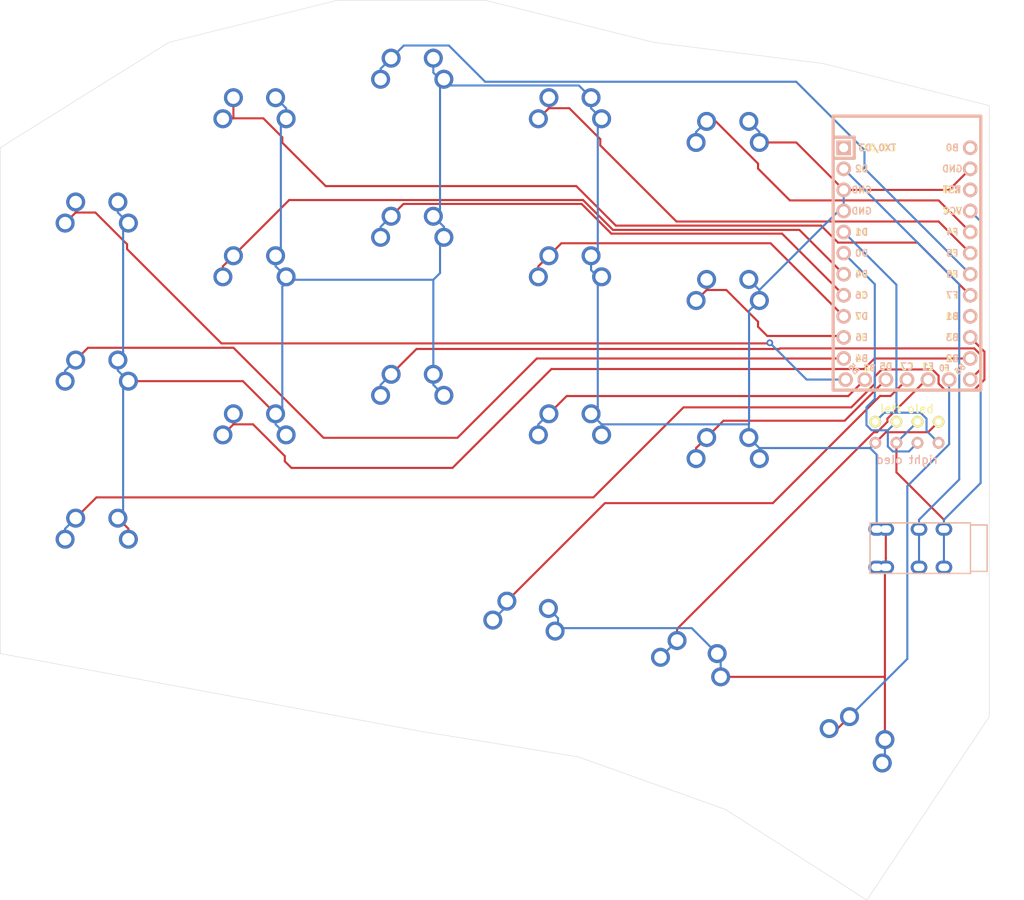
<source format=kicad_pcb>
(kicad_pcb (version 20240108) (generator "pcbnew") (generator_version "8.0")
  (title_block (title "simple_split") (rev "v1.0.0") (company "Unknown"))
  (layers (0 "F.Cu" signal) (31 "B.Cu" signal) (34 "B.Paste" user) (35 "F.Paste" user) (36 "B.SilkS" user "B.Silkscreen") (37 "F.SilkS" user "F.Silkscreen") (38 "B.Mask" user) (39 "F.Mask" user) (44 "Edge.Cuts" user))
  (net 0 "")
  (net 1 "gnd")
  (net 2 "vcc")
  (net 3 "Switch18")
  (net 4 "reset")
  (net 5 "Switch1")
  (net 6 "Switch2")
  (net 7 "Switch3")
  (net 8 "Switch4")
  (net 9 "Switch5")
  (net 10 "Switch6")
  (net 11 "Switch7")
  (net 12 "Switch8")
  (net 13 "Switch9")
  (net 14 "Switch10")
  (net 15 "Switch11")
  (net 16 "Switch12")
  (net 17 "Switch13")
  (net 18 "Switch14")
  (net 19 "Switch15")
  (net 20 "Switch16")
  (net 21 "Switch17")
  (net 22 "raw")
  (net 24 "led")
  (net 25 "data")
  (net 26 "sda")
  (net 27 "scl")
  (footprint "MX" (layer "F.Cu") (at 82.75 92.9005)
    (property "Reference" "S3" (hide yes))
    (property "Value" "" (hide yes))
  )
  (footprint "Keebio-Parts:Elite-C" (layer "F.Cu") (at 180.34 95.25 -90)
    (property "Reference" "U2" (hide yes))
    (property "Value" "Elite-C" (hide yes))
  )
  (footprint "MX" (layer "F.Cu") (at 101.75 118.4275)
    (property "Reference" "S4" (hide yes))
    (property "Value" "" (hide yes))
  )
  (footprint "MX" (layer "F.Cu") (at 158.75 121.285)
    (property "Reference" "S13" (hide yes))
    (property "Value" "" (hide yes))
  )
  (footprint "MX" (layer "F.Cu") (at 120.75 94.615)
    (property "Reference" "S8" (hide yes))
    (property "Value" "" (hide yes))
  )
  (footprint "sweep36:OLED_v2" (layer "F.Cu") (at 180.34 114.3)
    (property "Reference" "OL1")
    (property "Value" "OLED" (hide yes))
  )
  (footprint "MX" (layer "F.Cu") (at 120.75 75.565)
    (property "Reference" "S9" (hide yes))
    (property "Value" "" (hide yes))
  )
  (footprint "Keebio-Parts:TRRS-PJ-320A" (layer "F.Cu") (at 187.9925 129.54 -90)
    (property "Reference" "J2" (hide yes))
    (property "Value" "AudioJack4dpb")
  )
  (footprint "MX" (layer "F.Cu") (at 172.786 155.488 -33)
    (property "Reference" "S18" (hide yes))
    (property "Value" "" (hide yes))
  )
  (footprint "MX" (layer "F.Cu") (at 139.75 80.3275)
    (property "Reference" "S12" (hide yes))
    (property "Value" "" (hide yes))
  )
  (footprint "MX" (layer "F.Cu") (at 82.75 111.9505)
    (property "Reference" "S2" (hide yes))
    (property "Value" "" (hide yes))
  )
  (footprint "MX" (layer "F.Cu") (at 120.75 113.665)
    (property "Reference" "S7" (hide yes))
    (property "Value" "" (hide yes))
  )
  (footprint "MX" (layer "F.Cu") (at 158.75 83.185)
    (property "Reference" "S15" (hide yes))
    (property "Value" "" (hide yes))
  )
  (footprint "MX" (layer "F.Cu") (at 133.766 141.3676 -10)
    (property "Reference" "S16" (hide yes))
    (property "Value" "" (hide yes))
  )
  (footprint "MX" (layer "F.Cu") (at 158.75 102.235)
    (property "Reference" "S14" (hide yes))
    (property "Value" "" (hide yes))
  )
  (footprint "MX" (layer "F.Cu") (at 101.75 99.3775)
    (property "Reference" "S5" (hide yes))
    (property "Value" "" (hide yes))
  )
  (footprint "MX" (layer "F.Cu") (at 101.75 80.3275)
    (property "Reference" "S6" (hide yes))
    (property "Value" "" (hide yes))
  )
  (footprint "MX" (layer "F.Cu") (at 82.75 131.0005)
    (property "Reference" "S1" (hide yes))
    (property "Value" "" (hide yes))
  )
  (footprint "MX" (layer "F.Cu") (at 153.4945 146.2865 -18)
    (property "Reference" "S17" (hide yes))
    (property "Value" "" (hide yes))
  )
  (footprint "MX" (layer "F.Cu") (at 139.75 99.3775)
    (property "Reference" "S11" (hide yes))
    (property "Value" "" (hide yes))
  )
  (footprint "MX" (layer "F.Cu") (at 139.75 118.4275)
    (property "Reference" "S10" (hide yes))
    (property "Value" "" (hide yes))
  )
  (footprint "sweep36:OLED_v2" (layer "B.Cu") (at 180.34 116.84 180)
    (property "Reference" "OL2")
    (property "Value" "OLED" (hide yes))
  )
  (footprint "Keebio-Parts:TRRS-PJ-320A" (layer "B.Cu") (at 187.9925 129.54 90)
    (property "Reference" "J1" (hide yes))
    (property "Value" "AudioJack4dpb")
  )
  (gr_poly (pts (xy 71.12 81.28) (xy 91.44 68.58) (xy 111.76 63.5) (xy 129.54 63.5) (xy 149.86 68.58) (xy 170.18 71.12) (xy 190.246 76.2) (xy 190.246 149.86) (xy 175.514 171.958) (xy 158.496 161.036) (xy 140.716 154.686) (xy 121.92 151.638) (xy 71.12 142.24)) (stroke (width 0.05)) (fill none) (layer "Edge.Cuts"))
  (segment (start 177.7925 127.24) (end 176.6925 127.24) (width 0.25) (layer "F.Cu") (net 1))
  (segment (start 182.88 115.57) (end 184.15 114.3) (width 0.25) (layer "F.Cu") (net 1))
  (segment (start 177.683 131.84) (end 177.683 145.0482) (width 0.25) (layer "F.Cu") (net 1))
  (segment (start 177.683 131.84) (end 176.6925 131.84) (width 0.25) (layer "F.Cu") (net 1))
  (segment (start 176.53 116.84) (end 177.8 115.57) (width 0.25) (layer "F.Cu") (net 1))
  (segment (start 86.56 109.4105) (end 100.353 109.4105) (width 0.25) (layer "F.Cu") (net 1))
  (segment (start 185.42 86.36) (end 172.72 86.36) (width 0.25) (layer "F.Cu") (net 1))
  (segment (start 85.29 125.9205) (end 86.56 127.1905) (width 0.25) (layer "F.Cu") (net 1))
  (segment (start 177.8 115.57) (end 182.88 115.57) (width 0.25) (layer "F.Cu") (net 1))
  (segment (start 167.005 80.645) (end 162.56 80.645) (width 0.25) (layer "F.Cu") (net 1))
  (segment (start 177.7925 131.84) (end 177.7925 130.7133) (width 0.25) (layer "F.Cu") (net 1))
  (segment (start 177.7925 127.24) (end 177.7925 130.7133) (width 0.25) (layer "F.Cu") (net 1))
  (segment (start 177.683 145.0482) (end 177.683 152.6109) (width 0.25) (layer "F.Cu") (net 1))
  (segment (start 172.72 86.36) (end 167.005 80.645) (width 0.25) (layer "F.Cu") (net 1))
  (segment (start 100.353 109.4105) (end 104.29 113.3475) (width 0.25) (layer "F.Cu") (net 1))
  (segment (start 177.683 145.0482) (end 157.9029 145.0482) (width 0.25) (layer "F.Cu") (net 1))
  (segment (start 177.7925 131.84) (end 177.683 131.84) (width 0.25) (layer "F.Cu") (net 1))
  (segment (start 86.56 127.1905) (end 86.56 128.4605) (width 0.25) (layer "F.Cu") (net 1))
  (segment (start 187.96 83.82) (end 185.42 86.36) (width 0.25) (layer "F.Cu") (net 1))
  (segment (start 161.29 114.6175) (end 143.56 114.6175) (width 0.25) (layer "B.Cu") (net 1))
  (segment (start 157.48 142.24) (end 154.4191 139.1791) (width 0.25) (layer "B.Cu") (net 1))
  (segment (start 143.56 114.6175) (end 143.56 115.8875) (width 0.25) (layer "B.Cu") (net 1))
  (segment (start 172.72 88.9) (end 172.72 86.36) (width 0.25) (layer "B.Cu") (net 1))
  (segment (start 177.683 155.1146) (end 177.683 152.6109) (width 0.25) (layer "B.Cu") (net 1))
  (segment (start 142.29 94.2975) (end 143.0983 93.4892) (width 0.25) (layer "B.Cu") (net 1))
  (segment (start 105.56 96.8375) (end 104.29 95.5675) (width 0.25) (layer "B.Cu") (net 1))
  (segment (start 104.29 114.6175) (end 104.29 113.3475) (width 0.25) (layer "B.Cu") (net 1))
  (segment (start 143.0983 93.4892) (end 143.0983 78.2492) (width 0.25) (layer "B.Cu") (net 1))
  (segment (start 85.29 106.8705) (end 85.925 106.2355) (width 0.25) (layer "B.Cu") (net 1))
  (segment (start 142.29 96.0293) (end 143.0982 96.8375) (width 0.25) (layer "B.Cu") (net 1))
  (segment (start 105.9133 97.1908) (end 123.29 97.1908) (width 0.25) (layer "B.Cu") (net 1))
  (segment (start 140.8203 73.7778) (end 125.3128 73.7778) (width 0.25) (layer "B.Cu") (net 1))
  (segment (start 104.925 78.4225) (end 105.56 77.7875) (width 0.25) (layer "B.Cu") (net 1))
  (segment (start 104.29 94.2975) (end 104.925 93.6625) (width 0.25) (layer "B.Cu") (net 1))
  (segment (start 123.29 70.485) (end 123.29 72.2168) (width 0.25) (layer "B.Cu") (net 1))
  (segment (start 123.29 89.535) (end 124.56 90.805) (width 0.25) (layer "B.Cu") (net 1))
  (segment (start 143.56 77.7875) (end 142.29 76.5175) (width 0.25) (layer "B.Cu") (net 1))
  (segment (start 175.895 117.475) (end 176.53 116.84) (width 0.25) (layer "B.Cu") (net 1))
  (segment (start 162.56 79.375) (end 161.29 78.105) (width 0.25) (layer "B.Cu") (net 1))
  (segment (start 85.925 90.9955) (end 86.56 90.3605) (width 0.25) (layer "B.Cu") (net 1))
  (segment (start 176.6925 118.2725) (end 175.895 117.475) (width 0.25) (layer "B.Cu") (net 1))
  (segment (start 172.085 88.9) (end 172.72 88.9) (width 0.25) (layer "B.Cu") (net 1))
  (segment (start 157.9029 142.6629) (end 157.48 142.24) (width 0.25) (layer "B.Cu") (net 1))
  (segment (start 105.56 115.8875) (end 104.29 114.6175) (width 0.25) (layer "B.Cu") (net 1))
  (segment (start 138.3079 137.9642) (end 137.1495 136.8058) (width 0.25) (layer "B.Cu") (net 1))
  (segment (start 123.29 97.1908) (end 123.29 108.585) (width 0.25) (layer "B.Cu") (net 1))
  (segment (start 162.56 118.745) (end 162.56 117.475) (width 0.25) (layer "B.Cu") (net 1))
  (segment (start 123.29 109.855) (end 123.29 108.585) (width 0.25) (layer "B.Cu") (net 1))
  (segment (start 161.3206 114.5869) (end 161.29 114.6175) (width 0.25) (layer "B.Cu") (net 1))
  (segment (start 86.56 90.3605) (end 85.29 89.0905) (width 0.25) (layer "B.Cu") (net 1))
  (segment (start 123.29 72.2168) (end 124.0982 73.025) (width 0.25) (layer "B.Cu") (net 1))
  (segment (start 85.925 110.0455) (end 86.56 109.4105) (width 0.25) (layer "B.Cu") (net 1))
  (segment (start 104.29 113.3475) (end 105.0983 112.5392) (width 0.25) (layer "B.Cu") (net 1))
  (segment (start 143.0982 96.8375) (end 143.56 96.8375) (width 0.25) (layer "B.Cu") (net 1))
  (segment (start 143.0983 78.2492) (end 143.56 77.7875) (width 0.25) (layer "B.Cu") (net 1))
  (segment (start 142.29 76.5175) (end 142.29 75.2475) (width 0.25) (layer "B.Cu") (net 1))
  (segment (start 162.56 98.425) (end 172.085 88.9) (width 0.25) (layer "B.Cu") (net 1))
  (segment (start 138.3079 139.1791) (end 137.9592 139.5278) (width 0.25) (layer "B.Cu") (net 1))
  (segment (start 125.3128 73.7778) (end 124.56 73.025) (width 0.25) (layer "B.Cu") (net 1))
  (segment (start 105.56 96.8375) (end 105.9133 97.1908) (width 0.25) (layer "B.Cu") (net 1))
  (segment (start 85.925 125.2855) (end 85.925 110.0455) (width 0.25) (layer "B.Cu") (net 1))
  (segment (start 124.0983 92.5367) (end 124.56 92.075) (width 0.25) (layer "B.Cu") (net 1))
  (segment (start 104.925 93.6625) (end 104.925 78.4225) (width 0.25) (layer "B.Cu") (net 1))
  (segment (start 105.56 77.7875) (end 105.56 76.5175) (width 0.25) (layer "B.Cu") (net 1))
  (segment (start 162.56 117.475) (end 175.895 117.475) (width 0.25) (layer "B.Cu") (net 1))
  (segment (start 124.0982 73.025) (end 124.0982 88.7268) (width 0.25) (layer "B.Cu") (net 1))
  (segment (start 157.9029 145.0482) (end 157.9029 142.6629) (width 0.25) (layer "B.Cu") (net 1))
  (segment (start 143.0982 96.8375) (end 143.0982 112.5393) (width 0.25) (layer "B.Cu") (net 1))
  (segment (start 105.0983 112.5392) (end 105.0983 98.0058) (width 0.25) (layer "B.Cu") (net 1))
  (segment (start 105.56 76.5175) (end 104.29 75.2475) (width 0.25) (layer "B.Cu") (net 1))
  (segment (start 142.29 113.3475) (end 143.56 114.6175) (width 0.25) (layer "B.Cu") (net 1))
  (segment (start 85.29 108.1405) (end 85.29 106.8705) (width 0.25) (layer "B.Cu") (net 1))
  (segment (start 154.4191 139.1791) (end 138.3079 139.1791) (width 0.25) (layer "B.Cu") (net 1))
  (segment (start 161.3206 100.9344) (end 161.3206 114.5869) (width 0.25) (layer "B.Cu") (net 1))
  (segment (start 162.56 99.695) (end 161.3206 100.9344) (width 0.25) (layer "B.Cu") (net 1))
  (segment (start 124.0982 88.7268) (end 123.29 89.535) (width 0.25) (layer "B.Cu") (net 1))
  (segment (start 124.56 111.125) (end 123.29 109.855) (width 0.25) (layer "B.Cu") (net 1))
  (segment (start 123.29 97.1908) (end 124.0983 96.3825) (width 0.25) (layer "B.Cu") (net 1))
  (segment (start 86.56 109.4105) (end 85.29 108.1405) (width 0.25) (layer "B.Cu") (net 1))
  (segment (start 124.0983 96.3825) (end 124.0983 92.5367) (width 0.25) (layer "B.Cu") (net 1))
  (segment (start 143.0982 112.5393) (end 142.29 113.3475) (width 0.25) (layer "B.Cu") (net 1))
  (segment (start 142.29 75.2475) (end 140.8203 73.7778) (width 0.25) (layer "B.Cu") (net 1))
  (segment (start 176.6925 127.24) (end 176.6925 118.2725) (width 0.25) (layer "B.Cu") (net 1))
  (segment (start 105.0983 98.0058) (end 105.9133 97.1908) (width 0.25) (layer "B.Cu") (net 1))
  (segment (start 104.29 95.5675) (end 104.29 94.2975) (width 0.25) (layer "B.Cu") (net 1))
  (segment (start 142.29 94.2975) (end 142.29 96.0293) (width 0.25) (layer "B.Cu") (net 1))
  (segment (start 177.3647 155.4329) (end 177.683 155.1146) (width 0.25) (layer "B.Cu") (net 1))
  (segment (start 161.29 116.205) (end 161.29 114.6175) (width 0.25) (layer "B.Cu") (net 1))
  (segment (start 162.56 117.475) (end 161.29 116.205) (width 0.25) (layer "B.Cu") (net 1))
  (segment (start 138.3079 139.1791) (end 138.3079 137.9642) (width 0.25) (layer "B.Cu") (net 1))
  (segment (start 85.925 106.2355) (end 85.925 90.9955) (width 0.25) (layer "B.Cu") (net 1))
  (segment (start 85.29 89.0905) (end 85.29 87.8205) (width 0.25) (layer "B.Cu") (net 1))
  (segment (start 85.29 125.9205) (end 85.925 125.2855) (width 0.25) (layer "B.Cu") (net 1))
  (segment (start 162.56 98.425) (end 161.29 97.155) (width 0.25) (layer "B.Cu") (net 1))
  (segment (start 162.56 80.645) (end 162.56 79.375) (width 0.25) (layer "B.Cu") (net 1))
  (segment (start 162.56 99.695) (end 162.56 98.425) (width 0.25) (layer "B.Cu") (net 1))
  (segment (start 124.56 90.805) (end 124.56 92.075) (width 0.25) (layer "B.Cu") (net 1))
  (segment (start 124.0982 73.025) (end 124.56 73.025) (width 0.25) (layer "B.Cu") (net 1))
  (segment (start 184.7925 126.1133) (end 179.07 120.3908) (width 0.25) (layer "F.Cu") (net 2))
  (segment (start 179.07 120.3908) (end 179.07 116.84) (width 0.25) (layer "F.Cu") (net 2))
  (segment (start 184.7925 127.24) (end 184.7925 126.1133) (width 0.25) (layer "F.Cu") (net 2))
  (segment (start 179.07 116.84) (end 181.61 114.3) (width 0.25) (layer "B.Cu") (net 2))
  (segment (start 189.2148 121.691) (end 189.2148 90.1548) (width 0.25) (layer "B.Cu") (net 2))
  (segment (start 184.7925 126.1133) (end 189.2148 121.691) (width 0.25) (layer "B.Cu") (net 2))
  (segment (start 189.2148 90.1548) (end 187.96 88.9) (width 0.25) (layer "B.Cu") (net 2))
  (segment (start 184.7925 127.24) (end 184.7925 126.1133) (width 0.25) (layer "B.Cu") (net 2))
  (segment (start 184.7925 127.24) (end 184.7925 131.84) (width 0.25) (layer "B.Cu") (net 2))
  (segment (start 178.3617 111.1983) (end 180.34 109.22) (width 0.25) (layer "F.Cu") (net 3))
  (segment (start 177.096 111.1983) (end 178.3617 111.1983) (width 0.25) (layer "F.Cu") (net 3))
  (segment (start 164.181 124.1133) (end 177.096 111.1983) (width 0.25) (layer "F.Cu") (net 3))
  (segment (start 143.9571 124.1133) (end 164.181 124.1133) (width 0.25) (layer "F.Cu") (net 3))
  (segment (start 132.1467 135.9237) (end 143.9571 124.1133) (width 0.25) (layer "F.Cu") (net 3))
  (segment (start 132.1467 136.5128) (end 132.1467 135.9237) (width 0.25) (layer "B.Cu") (net 3))
  (segment (start 130.4549 138.2046) (end 132.1467 136.5128) (width 0.25) (layer "B.Cu") (net 3))
  (segment (start 80.21 87.8205) (end 80.21 89.0905) (width 0.25) (layer "F.Cu") (net 5))
  (segment (start 86.4024 93.4952) (end 86.4024 92.9084) (width 0.25) (layer "F.Cu") (net 5))
  (segment (start 82.5845 89.0905) (end 80.21 89.0905) (width 0.25) (layer "F.Cu") (net 5))
  (segment (start 163.744 104.8617) (end 97.7689 104.8617) (width 0.25) (layer "F.Cu") (net 5))
  (segment (start 97.7689 104.8617) (end 86.4024 93.4952) (width 0.25) (layer "F.Cu") (net 5))
  (segment (start 163.8184 104.7873) (end 163.744 104.8617) (width 0.25) (layer "F.Cu") (net 5))
  (segment (start 86.4024 92.9084) (end 82.5845 89.0905) (width 0.25) (layer "F.Cu") (net 5))
  (segment (start 80.21 89.0905) (end 78.94 90.3605) (width 0.25) (layer "F.Cu") (net 5))
  (via (at 163.8184 104.7873) (size 0.8) (drill 0.4) (layers "F.Cu" "B.Cu") (net 5))
  (segment (start 172.9486 109.22) (end 168.2511 109.22) (width 0.25) (layer "B.Cu") (net 5))
  (segment (start 168.2511 109.22) (end 163.8184 104.7873) (width 0.25) (layer "B.Cu") (net 5))
  (segment (start 169.9923 90.6649) (end 172.0389 92.7115) (width 0.25) (layer "F.Cu") (net 6))
  (segment (start 140.5083 85.9029) (end 145.2703 90.6649) (width 0.25) (layer "F.Cu") (net 6))
  (segment (start 105.0983 80.0221) (end 105.0983 80.6714) (width 0.25) (layer "F.Cu") (net 6))
  (segment (start 181.6115 92.7115) (end 187.96 99.06) (width 0.25) (layer "F.Cu") (net 6))
  (segment (start 105.0983 80.6714) (end 110.3298 85.9029) (width 0.25) (layer "F.Cu") (net 6))
  (segment (start 97.9907 77.7368) (end 99.21 77.7368) (width 0.25) (layer "F.Cu") (net 6))
  (segment (start 99.21 77.7368) (end 102.813 77.7368) (width 0.25) (layer "F.Cu") (net 6))
  (segment (start 145.2703 90.6649) (end 169.9923 90.6649) (width 0.25) (layer "F.Cu") (net 6))
  (segment (start 102.813 77.7368) (end 105.0983 80.0221) (width 0.25) (layer "F.Cu") (net 6))
  (segment (start 97.94 77.7875) (end 97.9907 77.7368) (width 0.25) (layer "F.Cu") (net 6))
  (segment (start 99.21 77.7368) (end 99.21 75.2475) (width 0.25) (layer "F.Cu") (net 6))
  (segment (start 172.0389 92.7115) (end 181.6115 92.7115) (width 0.25) (layer "F.Cu") (net 6))
  (segment (start 110.3298 85.9029) (end 140.5083 85.9029) (width 0.25) (layer "F.Cu") (net 6))
  (segment (start 175.2226 81.5495) (end 166.9992 73.3261) (width 0.25) (layer "B.Cu") (net 7))
  (segment (start 175.2226 83.7826) (end 175.2226 81.5495) (width 0.25) (layer "B.Cu") (net 7))
  (segment (start 129.5243 73.3261) (end 125.1589 68.9607) (width 0.25) (layer "B.Cu") (net 7))
  (segment (start 119.7343 68.9607) (end 118.21 70.485) (width 0.25) (layer "B.Cu") (net 7))
  (segment (start 116.94 73.025) (end 116.94 71.755) (width 0.25) (layer "B.Cu") (net 7))
  (segment (start 125.1589 68.9607) (end 119.7343 68.9607) (width 0.25) (layer "B.Cu") (net 7))
  (segment (start 116.94 71.755) (end 118.21 70.485) (width 0.25) (layer "B.Cu") (net 7))
  (segment (start 187.96 96.52) (end 175.2226 83.7826) (width 0.25) (layer "B.Cu") (net 7))
  (segment (start 166.9992 73.3261) (end 129.5243 73.3261) (width 0.25) (layer "B.Cu") (net 7))
  (segment (start 152.5757 90.1715) (end 184.1515 90.1715) (width 0.25) (layer "F.Cu") (net 8))
  (segment (start 139.6683 76.5175) (end 143.4024 80.2516) (width 0.25) (layer "F.Cu") (net 8))
  (segment (start 184.1515 90.1715) (end 187.96 93.98) (width 0.25) (layer "F.Cu") (net 8))
  (segment (start 143.4024 80.9982) (end 152.5757 90.1715) (width 0.25) (layer "F.Cu") (net 8))
  (segment (start 137.21 76.5175) (end 139.6683 76.5175) (width 0.25) (layer "F.Cu") (net 8))
  (segment (start 137.21 76.5175) (end 135.94 77.7875) (width 0.25) (layer "F.Cu") (net 8))
  (segment (start 137.21 75.2475) (end 137.21 76.5175) (width 0.25) (layer "F.Cu") (net 8))
  (segment (start 143.4024 80.2516) (end 143.4024 80.9982) (width 0.25) (layer "F.Cu") (net 8))
  (segment (start 166.2397 87.63) (end 162.4024 83.7927) (width 0.25) (layer "F.Cu") (net 9))
  (segment (start 187.96 91.44) (end 184.15 87.63) (width 0.25) (layer "F.Cu") (net 9))
  (segment (start 184.15 87.63) (end 166.2397 87.63) (width 0.25) (layer "F.Cu") (net 9))
  (segment (start 162.4024 83.1946) (end 157.3128 78.105) (width 0.25) (layer "F.Cu") (net 9))
  (segment (start 162.4024 83.7927) (end 162.4024 83.1946) (width 0.25) (layer "F.Cu") (net 9))
  (segment (start 157.3128 78.105) (end 156.21 78.105) (width 0.25) (layer "F.Cu") (net 9))
  (segment (start 154.94 79.375) (end 156.21 78.105) (width 0.25) (layer "B.Cu") (net 9))
  (segment (start 154.94 80.645) (end 154.94 79.375) (width 0.25) (layer "B.Cu") (net 9))
  (segment (start 135.7509 106.68) (end 126.195 116.2359) (width 0.25) (layer "F.Cu") (net 10))
  (segment (start 126.195 116.2359) (end 110.0659 116.2359) (width 0.25) (layer "F.Cu") (net 10))
  (segment (start 81.6941 105.3864) (end 80.21 106.8705) (width 0.25) (layer "F.Cu") (net 10))
  (segment (start 172.72 106.68) (end 135.7509 106.68) (width 0.25) (layer "F.Cu") (net 10))
  (segment (start 110.0659 116.2359) (end 99.2164 105.3864) (width 0.25) (layer "F.Cu") (net 10))
  (segment (start 99.2164 105.3864) (end 81.6941 105.3864) (width 0.25) (layer "F.Cu") (net 10))
  (segment (start 80.21 106.8705) (end 78.94 108.1405) (width 0.25) (layer "B.Cu") (net 10))
  (segment (start 78.94 108.1405) (end 78.94 109.4105) (width 0.25) (layer "B.Cu") (net 10))
  (segment (start 144.924 91.1823) (end 141.3261 87.5844) (width 0.25) (layer "F.Cu") (net 11))
  (segment (start 172.72 96.52) (end 167.3823 91.1823) (width 0.25) (layer "F.Cu") (net 11))
  (segment (start 97.94 95.5675) (end 97.94 96.8375) (width 0.25) (layer "F.Cu") (net 11))
  (segment (start 141.3261 87.5844) (end 105.9231 87.5844) (width 0.25) (layer "F.Cu") (net 11))
  (segment (start 105.9231 87.5844) (end 99.21 94.2975) (width 0.25) (layer "F.Cu") (net 11))
  (segment (start 99.21 94.2975) (end 97.94 95.5675) (width 0.25) (layer "F.Cu") (net 11))
  (segment (start 167.3823 91.1823) (end 144.924 91.1823) (width 0.25) (layer "F.Cu") (net 11))
  (segment (start 118.21 89.535) (end 119.6941 88.0509) (width 0.25) (layer "F.Cu") (net 12))
  (segment (start 144.7369 91.6341) (end 165.2941 91.6341) (width 0.25) (layer "F.Cu") (net 12))
  (segment (start 119.6941 88.0509) (end 141.1537 88.0509) (width 0.25) (layer "F.Cu") (net 12))
  (segment (start 165.2941 91.6341) (end 172.72 99.06) (width 0.25) (layer "F.Cu") (net 12))
  (segment (start 141.1537 88.0509) (end 144.7369 91.6341) (width 0.25) (layer "F.Cu") (net 12))
  (segment (start 116.94 92.075) (end 116.94 90.805) (width 0.25) (layer "B.Cu") (net 12))
  (segment (start 116.94 90.805) (end 118.21 89.535) (width 0.25) (layer "B.Cu") (net 12))
  (segment (start 172.72 101.6) (end 163.9128 92.7928) (width 0.25) (layer "F.Cu") (net 13))
  (segment (start 135.94 95.5675) (end 135.94 96.8375) (width 0.25) (layer "F.Cu") (net 13))
  (segment (start 138.7147 92.7928) (end 137.21 94.2975) (width 0.25) (layer "F.Cu") (net 13))
  (segment (start 163.9128 92.7928) (end 138.7147 92.7928) (width 0.25) (layer "F.Cu") (net 13))
  (segment (start 137.21 94.2975) (end 135.94 95.5675) (width 0.25) (layer "F.Cu") (net 13))
  (segment (start 162.4024 102.8534) (end 162.4024 102.2459) (width 0.25) (layer "F.Cu") (net 14))
  (segment (start 162.4024 102.2459) (end 158.5815 98.425) (width 0.25) (layer "F.Cu") (net 14))
  (segment (start 172.72 104.14) (end 172.5454 103.9654) (width 0.25) (layer "F.Cu") (net 14))
  (segment (start 156.21 97.155) (end 156.21 98.425) (width 0.25) (layer "F.Cu") (net 14))
  (segment (start 156.21 98.425) (end 154.94 99.695) (width 0.25) (layer "F.Cu") (net 14))
  (segment (start 163.5144 103.9654) (end 162.4024 102.8534) (width 0.25) (layer "F.Cu") (net 14))
  (segment (start 158.5815 98.425) (end 156.21 98.425) (width 0.25) (layer "F.Cu") (net 14))
  (segment (start 172.5454 103.9654) (end 163.5144 103.9654) (width 0.25) (layer "F.Cu") (net 14))
  (segment (start 184.15 108.7567) (end 183.3948 108.0015) (width 0.25) (layer "F.Cu") (net 15))
  (segment (start 187.96 104.14) (end 189.6694 105.8494) (width 0.25) (layer "F.Cu") (net 15))
  (segment (start 176.463 109.7384) (end 173.6314 112.57) (width 0.25) (layer "F.Cu") (net 15))
  (segment (start 82.7094 123.4211) (end 80.21 125.9205) (width 0.25) (layer "F.Cu") (net 15))
  (segment (start 173.6314 112.57) (end 153.424 112.57) (width 0.25) (layer "F.Cu") (net 15))
  (segment (start 188.4326 110.4715) (end 184.9156 110.4715) (width 0.25) (layer "F.Cu") (net 15))
  (segment (start 184.9156 110.4715) (end 184.15 109.7059) (width 0.25) (layer "F.Cu") (net 15))
  (segment (start 184.15 109.7059) (end 184.15 108.7567) (width 0.25) (layer "F.Cu") (net 15))
  (segment (start 176.463 108.8493) (end 176.463 109.7384) (width 0.25) (layer "F.Cu") (net 15))
  (segment (start 183.3948 108.0015) (end 177.3108 108.0015) (width 0.25) (layer "F.Cu") (net 15))
  (segment (start 142.5729 123.4211) (end 82.7094 123.4211) (width 0.25) (layer "F.Cu") (net 15))
  (segment (start 177.3108 108.0015) (end 176.463 108.8493) (width 0.25) (layer "F.Cu") (net 15))
  (segment (start 189.6694 105.8494) (end 189.6694 109.2347) (width 0.25) (layer "F.Cu") (net 15))
  (segment (start 189.6694 109.2347) (end 188.4326 110.4715) (width 0.25) (layer "F.Cu") (net 15))
  (segment (start 153.424 112.57) (end 142.5729 123.4211) (width 0.25) (layer "F.Cu") (net 15))
  (segment (start 80.21 125.9205) (end 78.94 127.1905) (width 0.25) (layer "B.Cu") (net 15))
  (segment (start 78.94 127.1905) (end 78.94 128.4605) (width 0.25) (layer "B.Cu") (net 15))
  (segment (start 176.4326 106.68) (end 175.1626 107.95) (width 0.25) (layer "F.Cu") (net 16))
  (segment (start 99.21 114.6175) (end 97.94 115.8875) (width 0.25) (layer "F.Cu") (net 16))
  (segment (start 125.5984 119.8666) (end 106.1973 119.8666) (width 0.25) (layer "F.Cu") (net 16))
  (segment (start 137.515 107.95) (end 125.5984 119.8666) (width 0.25) (layer "F.Cu") (net 16))
  (segment (start 187.96 106.68) (end 176.4326 106.68) (width 0.25) (layer "F.Cu") (net 16))
  (segment (start 101.5783 114.6175) (end 99.21 114.6175) (width 0.25) (layer "F.Cu") (net 16))
  (segment (start 105.4024 118.4416) (end 101.5783 114.6175) (width 0.25) (layer "F.Cu") (net 16))
  (segment (start 99.21 113.3475) (end 99.21 114.6175) (width 0.25) (layer "F.Cu") (net 16))
  (segment (start 175.1626 107.95) (end 137.515 107.95) (width 0.25) (layer "F.Cu") (net 16))
  (segment (start 105.4024 119.0717) (end 105.4024 118.4416) (width 0.25) (layer "F.Cu") (net 16))
  (segment (start 106.1973 119.8666) (end 105.4024 119.0717) (width 0.25) (layer "F.Cu") (net 16))
  (segment (start 165.0561 105.4652) (end 188.4504 105.4652) (width 0.25) (layer "F.Cu") (net 17))
  (segment (start 189.1925 106.2073) (end 189.1925 107.9875) (width 0.25) (layer "F.Cu") (net 17))
  (segment (start 164.989 105.5323) (end 165.0561 105.4652) (width 0.25) (layer "F.Cu") (net 17))
  (segment (start 118.21 108.585) (end 121.2627 105.5323) (width 0.25) (layer "F.Cu") (net 17))
  (segment (start 189.1925 107.9875) (end 187.96 109.22) (width 0.25) (layer "F.Cu") (net 17))
  (segment (start 188.4504 105.4652) (end 189.1925 106.2073) (width 0.25) (layer "F.Cu") (net 17))
  (segment (start 121.2627 105.5323) (end 164.989 105.5323) (width 0.25) (layer "F.Cu") (net 17))
  (segment (start 116.94 109.855) (end 116.94 111.125) (width 0.25) (layer "B.Cu") (net 17))
  (segment (start 118.21 108.585) (end 116.94 109.855) (width 0.25) (layer "B.Cu") (net 17))
  (segment (start 139.3524 111.2051) (end 137.21 113.3475) (width 0.25) (layer "F.Cu") (net 18))
  (segment (start 175.26 109.22) (end 173.2749 111.2051) (width 0.25) (layer "F.Cu") (net 18))
  (segment (start 173.2749 111.2051) (end 139.3524 111.2051) (width 0.25) (layer "F.Cu") (net 18))
  (segment (start 135.94 114.6175) (end 137.21 113.3475) (width 0.25) (layer "B.Cu") (net 18))
  (segment (start 135.94 115.8875) (end 135.94 114.6175) (width 0.25) (layer "B.Cu") (net 18))
  (segment (start 156.21 116.205) (end 154.94 117.475) (width 0.25) (layer "F.Cu") (net 19))
  (segment (start 177.8 109.22) (end 172.8424 114.1776) (width 0.25) (layer "F.Cu") (net 19))
  (segment (start 158.2374 114.1776) (end 156.21 116.205) (width 0.25) (layer "F.Cu") (net 19))
  (segment (start 172.8424 114.1776) (end 158.2374 114.1776) (width 0.25) (layer "F.Cu") (net 19))
  (segment (start 154.94 117.475) (end 154.94 118.745) (width 0.25) (layer "F.Cu") (net 19))
  (segment (start 170.974 151.2827) (end 171.984 151.2827) (width 0.25) (layer "F.Cu") (net 20))
  (segment (start 171.984 151.2827) (end 173.4225 149.8442) (width 0.25) (layer "F.Cu") (net 20))
  (segment (start 180.3828 142.8839) (end 180.3828 122.0572) (width 0.25) (layer "B.Cu") (net 20))
  (segment (start 173.4225 149.8442) (end 180.3828 142.8839) (width 0.25) (layer "B.Cu") (net 20))
  (segment (start 185.42 117.02) (end 185.42 109.22) (width 0.25) (layer "B.Cu") (net 20))
  (segment (start 180.3828 122.0572) (end 185.42 117.02) (width 0.25) (layer "B.Cu") (net 20))
  (segment (start 176.724 115.57) (end 177.9829 114.3111) (width 0.25) (layer "F.Cu") (net 21))
  (segment (start 177.9829 114.3111) (end 177.9829 113.9231) (width 0.25) (layer "F.Cu") (net 21))
  (segment (start 177.9829 113.9231) (end 182.686 109.22) (width 0.25) (layer "F.Cu") (net 21))
  (segment (start 176.3469 115.57) (end 176.724 115.57) (width 0.25) (layer "F.Cu") (net 21))
  (segment (start 182.686 109.22) (end 182.88 109.22) (width 0.25) (layer "F.Cu") (net 21))
  (segment (start 152.6486 139.2683) (end 176.3469 115.57) (width 0.25) (layer "F.Cu") (net 21))
  (segment (start 152.6486 140.6702) (end 152.6486 139.2683) (width 0.25) (layer "F.Cu") (net 21))
  (segment (start 152.6486 140.7008) (end 152.6486 140.6702) (width 0.25) (layer "B.Cu") (net 21))
  (segment (start 150.6559 142.6935) (end 152.6486 140.7008) (width 0.25) (layer "B.Cu") (net 21))
  (segment (start 181.7925 126.1133) (end 186.6369 121.2689) (width 0.25) (layer "B.Cu") (net 25))
  (segment (start 186.6369 97.7369) (end 172.72 83.82) (width 0.25) (layer "B.Cu") (net 25))
  (segment (start 186.6369 121.2689) (end 186.6369 97.7369) (width 0.25) (layer "B.Cu") (net 25))
  (segment (start 181.7925 127.24) (end 181.7925 126.1133) (width 0.25) (layer "B.Cu") (net 25))
  (segment (start 181.7925 127.24) (end 181.7925 131.84) (width 0.25) (layer "B.Cu") (net 25))
  (segment (start 182.6972 113.936) (end 181.9729 113.2117) (width 0.25) (layer "B.Cu") (net 26))
  (segment (start 184.15 116.84) (end 182.6972 115.3872) (width 0.25) (layer "B.Cu") (net 26))
  (segment (start 179.07 113.2117) (end 179.07 97.79) (width 0.25) (layer "B.Cu") (net 26))
  (segment (start 182.6972 115.3872) (end 182.6972 113.936) (width 0.25) (layer "B.Cu") (net 26))
  (segment (start 179.07 113.2117) (end 177.6183 113.2117) (width 0.25) (layer "B.Cu") (net 26))
  (segment (start 177.6183 113.2117) (end 176.53 114.3) (width 0.25) (layer "B.Cu") (net 26))
  (segment (start 181.9729 113.2117) (end 179.07 113.2117) (width 0.25) (layer "B.Cu") (net 26))
  (segment (start 179.07 97.79) (end 172.72 91.44) (width 0.25) (layer "B.Cu") (net 26))
  (segment (start 178.0365 117.2884) (end 178.0365 115.3335) (width 0.25) (layer "B.Cu") (net 27))
  (segment (start 181.61 116.84) (end 180.5686 117.8814) (width 0.25) (layer "B.Cu") (net 27))
  (segment (start 179.07 114.3) (end 178.0365 115.3335) (width 0.25) (layer "B.Cu") (net 27))
  (segment (start 175.4605 112.5639) (end 176.4632 111.5612) (width 0.25) (layer "B.Cu") (net 27))
  (segment (start 176.4632 97.7232) (end 172.72 93.98) (width 0.25) (layer "B.Cu") (net 27))
  (segment (start 176.0836 115.3335) (end 175.4605 114.7104) (width 0.25) (layer "B.Cu") (net 27))
  (segment (start 178.0365 115.3335) (end 176.0836 115.3335) (width 0.25) (layer "B.Cu") (net 27))
  (segment (start 180.5686 117.8814) (end 178.6295 117.8814) (width 0.25) (layer "B.Cu") (net 27))
  (segment (start 178.6295 117.8814) (end 178.0365 117.2884) (width 0.25) (layer "B.Cu") (net 27))
  (segment (start 175.4605 114.7104) (end 175.4605 112.5639) (width 0.25) (layer "B.Cu") (net 27))
  (segment (start 176.4632 111.5612) (end 176.4632 97.7232) (width 0.25) (layer "B.Cu") (net 27))
)
</source>
